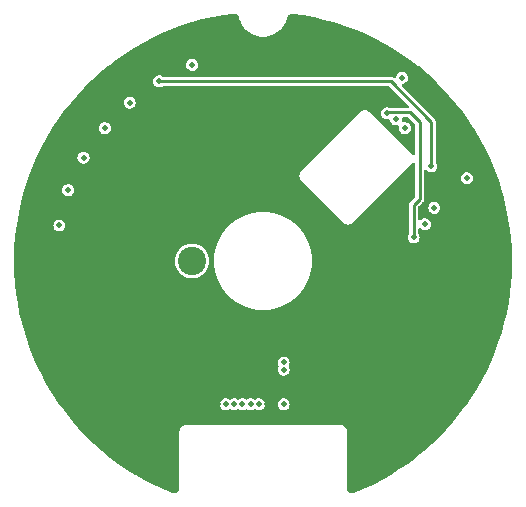
<source format=gbr>
%TF.GenerationSoftware,KiCad,Pcbnew,9.0.1*%
%TF.CreationDate,2025-04-26T02:16:23+02:00*%
%TF.ProjectId,view_screen,76696577-5f73-4637-9265-656e2e6b6963,0.1.0*%
%TF.SameCoordinates,Original*%
%TF.FileFunction,Copper,L3,Inr*%
%TF.FilePolarity,Positive*%
%FSLAX46Y46*%
G04 Gerber Fmt 4.6, Leading zero omitted, Abs format (unit mm)*
G04 Created by KiCad (PCBNEW 9.0.1) date 2025-04-26 02:16:23*
%MOMM*%
%LPD*%
G01*
G04 APERTURE LIST*
%TA.AperFunction,ComponentPad*%
%ADD10C,2.400000*%
%TD*%
%TA.AperFunction,ViaPad*%
%ADD11C,0.500000*%
%TD*%
%TA.AperFunction,Conductor*%
%ADD12C,0.250000*%
%TD*%
G04 APERTURE END LIST*
D10*
%TO.N,unconnected-(H1-Pad1)*%
%TO.C,H1*%
X94000000Y-100000000D03*
%TD*%
D11*
%TO.N,GND*%
X111400000Y-114900000D03*
X109250000Y-86250000D03*
X116059510Y-110512936D03*
X115400000Y-104900000D03*
X101050000Y-112150000D03*
X109750000Y-86750000D03*
X96900000Y-82700000D03*
X96150000Y-112150000D03*
X100350000Y-112150000D03*
X104400000Y-110900000D03*
X110100000Y-115800000D03*
%TO.N,/VDD*%
X101750000Y-112150000D03*
X101750000Y-109200000D03*
X94000000Y-83400000D03*
X111750000Y-84500000D03*
X101750000Y-108600000D03*
%TO.N,/DC*%
X99650000Y-112150000D03*
X88700000Y-86600000D03*
%TO.N,/BACKLIGHT_EN*%
X114250000Y-92000000D03*
X117250000Y-93000000D03*
X91200000Y-84800000D03*
%TO.N,/nRESET*%
X96850000Y-112150000D03*
X112750000Y-98000000D03*
X110500000Y-87500000D03*
X82750000Y-97000000D03*
%TO.N,/MOSI*%
X113700000Y-96900000D03*
X112000000Y-88750000D03*
X97550000Y-112150000D03*
X83500000Y-94000000D03*
%TO.N,/SCK*%
X84800000Y-91250000D03*
X114500000Y-95500000D03*
X98250000Y-112150000D03*
X111250000Y-88000000D03*
%TO.N,/nCS*%
X86600000Y-88750000D03*
X98950000Y-112150000D03*
%TD*%
D12*
%TO.N,/BACKLIGHT_EN*%
X110800000Y-84800000D02*
X91200000Y-84800000D01*
X114250000Y-92000000D02*
X114250000Y-88250000D01*
X114250000Y-88250000D02*
X110800000Y-84800000D01*
%TO.N,/nRESET*%
X112425000Y-87425000D02*
X113250000Y-88250000D01*
X110500000Y-87500000D02*
X110575000Y-87425000D01*
X113250000Y-94750000D02*
X112750000Y-95250000D01*
X112750000Y-95250000D02*
X112750000Y-98000000D01*
X113250000Y-88250000D02*
X113250000Y-94750000D01*
X110575000Y-87425000D02*
X112425000Y-87425000D01*
%TD*%
%TA.AperFunction,Conductor*%
%TO.N,GND*%
G36*
X97628280Y-79065669D02*
G01*
X97650475Y-79071299D01*
X97697257Y-79083166D01*
X97727451Y-79095147D01*
X97728597Y-79095783D01*
X97789662Y-79129701D01*
X97815792Y-79149007D01*
X97867093Y-79198314D01*
X97887420Y-79223661D01*
X97924410Y-79284452D01*
X97937580Y-79314154D01*
X97960251Y-79390671D01*
X97963856Y-79406538D01*
X97966759Y-79424667D01*
X97967470Y-79426256D01*
X97974915Y-79448070D01*
X97996559Y-79537555D01*
X97996563Y-79537569D01*
X97997551Y-79541652D01*
X97999072Y-79545567D01*
X97999073Y-79545568D01*
X98097376Y-79798496D01*
X98097380Y-79798505D01*
X98098896Y-79802405D01*
X98100916Y-79806070D01*
X98100920Y-79806078D01*
X98231921Y-80043730D01*
X98233946Y-80047403D01*
X98400314Y-80272314D01*
X98403225Y-80275316D01*
X98403230Y-80275322D01*
X98500090Y-80375216D01*
X98595056Y-80473158D01*
X98814728Y-80646383D01*
X99055445Y-80788926D01*
X99312948Y-80898265D01*
X99582684Y-80972465D01*
X99859880Y-81010216D01*
X100139635Y-81010848D01*
X100416999Y-80974351D01*
X100687067Y-80901370D01*
X100945061Y-80793196D01*
X101186420Y-80651743D01*
X101406873Y-80479512D01*
X101602521Y-80279550D01*
X101769903Y-80055393D01*
X101906059Y-79811008D01*
X102008581Y-79550715D01*
X102032449Y-79453946D01*
X102039435Y-79433629D01*
X102039489Y-79433290D01*
X102039491Y-79433288D01*
X102042258Y-79415998D01*
X102044347Y-79405719D01*
X102045210Y-79402225D01*
X102046725Y-79396646D01*
X102068618Y-79322751D01*
X102081782Y-79293060D01*
X102118784Y-79232250D01*
X102139102Y-79206914D01*
X102190420Y-79157593D01*
X102216550Y-79138290D01*
X102278765Y-79103737D01*
X102308963Y-79091757D01*
X102377958Y-79074259D01*
X102410209Y-79070402D01*
X102489875Y-79071218D01*
X102506095Y-79072434D01*
X102524428Y-79075010D01*
X102524428Y-79075009D01*
X102542632Y-79077567D01*
X102542630Y-79077575D01*
X102542693Y-79077574D01*
X103388974Y-79196857D01*
X103394201Y-79197709D01*
X104274533Y-79360402D01*
X104279767Y-79361485D01*
X105152318Y-79561619D01*
X105157525Y-79562931D01*
X106020742Y-79800149D01*
X106025856Y-79801673D01*
X106557765Y-79972591D01*
X106878122Y-80075531D01*
X106883210Y-80077286D01*
X107723065Y-80387313D01*
X107728007Y-80389259D01*
X108553814Y-80734853D01*
X108558701Y-80737021D01*
X108898548Y-80896628D01*
X109369010Y-81117577D01*
X109373832Y-81119969D01*
X109711467Y-81296512D01*
X110167117Y-81534765D01*
X110171808Y-81537346D01*
X110530589Y-81744923D01*
X110946663Y-81985648D01*
X110951263Y-81988442D01*
X111706268Y-82469427D01*
X111710745Y-82472416D01*
X112444486Y-82985184D01*
X112448831Y-82988360D01*
X112799481Y-83256404D01*
X113160035Y-83532018D01*
X113164240Y-83535377D01*
X113851570Y-84108908D01*
X113855628Y-84112444D01*
X113968358Y-84214986D01*
X114517850Y-84714817D01*
X114521725Y-84718497D01*
X114700237Y-84895384D01*
X115157602Y-85348587D01*
X115161344Y-85352456D01*
X115769755Y-86009152D01*
X115773327Y-86013178D01*
X116353093Y-86695206D01*
X116356491Y-86699380D01*
X116904567Y-87402936D01*
X116906635Y-87405590D01*
X116909847Y-87409901D01*
X117427740Y-88136733D01*
X117429314Y-88138941D01*
X117432337Y-88143381D01*
X117535715Y-88302426D01*
X117920203Y-88893954D01*
X117923039Y-88898528D01*
X118378396Y-89669235D01*
X118381035Y-89673927D01*
X118803075Y-90463402D01*
X118805510Y-90468202D01*
X119193426Y-91274934D01*
X119195655Y-91279833D01*
X119548785Y-92102442D01*
X119550802Y-92107432D01*
X119868472Y-92944358D01*
X119870274Y-92949430D01*
X119940914Y-93162557D01*
X120054249Y-93504500D01*
X120151909Y-93799147D01*
X120153493Y-93804291D01*
X120398588Y-94665288D01*
X120399950Y-94670495D01*
X120608044Y-95541139D01*
X120609183Y-95546399D01*
X120779904Y-96425137D01*
X120780818Y-96430441D01*
X120913893Y-97315919D01*
X120914541Y-97320904D01*
X120997957Y-98081251D01*
X120998375Y-98085832D01*
X121054003Y-98849014D01*
X121054253Y-98853607D01*
X121081985Y-99618276D01*
X121082068Y-99622876D01*
X121081869Y-100388072D01*
X121081784Y-100392671D01*
X121053654Y-101157353D01*
X121053401Y-101161946D01*
X120997376Y-101925100D01*
X120996955Y-101929681D01*
X120912974Y-102691516D01*
X120907307Y-102735694D01*
X120907229Y-102735684D01*
X120907197Y-102740040D01*
X120786391Y-103548189D01*
X120785519Y-103553300D01*
X120623049Y-104400194D01*
X120621968Y-104405265D01*
X120424787Y-105244780D01*
X120423498Y-105249802D01*
X120191946Y-106080495D01*
X120190451Y-106085460D01*
X119924928Y-106905894D01*
X119923231Y-106910793D01*
X119624165Y-107719648D01*
X119622267Y-107724473D01*
X119290185Y-108520319D01*
X119288090Y-108525062D01*
X118923550Y-109306564D01*
X118921262Y-109311217D01*
X118524871Y-110077077D01*
X118522393Y-110081632D01*
X118094844Y-110830505D01*
X118092182Y-110834954D01*
X117634155Y-111565654D01*
X117631311Y-111569989D01*
X117143646Y-112281174D01*
X117140627Y-112285389D01*
X116624083Y-112975953D01*
X116620892Y-112980040D01*
X116076403Y-113648730D01*
X116073047Y-113652683D01*
X115501498Y-114298420D01*
X115497983Y-114302231D01*
X114900332Y-114923926D01*
X114896662Y-114927589D01*
X114273965Y-115524145D01*
X114270148Y-115527654D01*
X113623428Y-116098093D01*
X113619470Y-116101442D01*
X112949816Y-116644802D01*
X112945723Y-116647985D01*
X112254316Y-117163308D01*
X112250096Y-117166321D01*
X111538040Y-117652785D01*
X111533700Y-117655621D01*
X110802232Y-118112379D01*
X110797778Y-118115034D01*
X110048162Y-118541298D01*
X110043603Y-118543768D01*
X109277072Y-118938837D01*
X109272416Y-118941117D01*
X108490259Y-119304325D01*
X108485512Y-119306411D01*
X107722356Y-119623312D01*
X107706156Y-119628210D01*
X107687524Y-119637338D01*
X107678001Y-119641524D01*
X107677546Y-119641702D01*
X107670172Y-119644326D01*
X107587774Y-119670791D01*
X107551926Y-119676798D01*
X107474370Y-119678450D01*
X107438297Y-119673974D01*
X107363486Y-119653414D01*
X107330194Y-119638828D01*
X107286406Y-119611516D01*
X107264369Y-119597770D01*
X107236628Y-119574288D01*
X107185263Y-119516149D01*
X107165377Y-119485723D01*
X107132744Y-119415337D01*
X107122372Y-119380501D01*
X107109877Y-119294720D01*
X107108561Y-119276543D01*
X107108564Y-119242312D01*
X107108522Y-119241997D01*
X107104448Y-114510085D01*
X107104447Y-114489780D01*
X107104443Y-114437881D01*
X107074323Y-114305961D01*
X107074322Y-114305958D01*
X107015607Y-114184051D01*
X106931237Y-114078258D01*
X106825441Y-113993888D01*
X106703531Y-113935174D01*
X106571611Y-113905055D01*
X106540306Y-113905053D01*
X106540297Y-113905051D01*
X106503938Y-113905050D01*
X106461524Y-113905048D01*
X106461508Y-113905050D01*
X93529345Y-113905050D01*
X93503958Y-113905048D01*
X93436295Y-113905043D01*
X93304357Y-113935147D01*
X93182431Y-113993858D01*
X93076629Y-114078231D01*
X92992256Y-114184032D01*
X92933545Y-114305963D01*
X92903442Y-114437897D01*
X92903444Y-114470696D01*
X92903398Y-114471003D01*
X92903425Y-114489780D01*
X92903447Y-114505499D01*
X92903448Y-114505560D01*
X92903451Y-114532489D01*
X92903455Y-114532497D01*
X92903453Y-114548538D01*
X92903511Y-114548979D01*
X92910427Y-119276349D01*
X92909113Y-119294679D01*
X92896211Y-119383330D01*
X92885855Y-119418142D01*
X92852040Y-119491144D01*
X92832185Y-119521556D01*
X92778950Y-119581882D01*
X92751246Y-119605366D01*
X92683020Y-119647999D01*
X92649768Y-119662605D01*
X92608571Y-119673974D01*
X92572213Y-119684007D01*
X92536176Y-119688522D01*
X92455740Y-119686913D01*
X92419911Y-119680960D01*
X92334262Y-119653594D01*
X92317367Y-119646816D01*
X92298519Y-119637621D01*
X92282639Y-119632834D01*
X92275411Y-119629833D01*
X91925861Y-119484697D01*
X91519050Y-119315786D01*
X91514303Y-119313699D01*
X91189666Y-119162961D01*
X90731705Y-118950318D01*
X90727079Y-118948053D01*
X90257713Y-118706161D01*
X89960076Y-118552771D01*
X89955517Y-118550301D01*
X89205466Y-118123816D01*
X89201012Y-118121161D01*
X88469130Y-117664168D01*
X88464789Y-117661332D01*
X87752308Y-117174596D01*
X87748115Y-117171603D01*
X87056284Y-116655980D01*
X87052191Y-116652797D01*
X86382150Y-116109135D01*
X86378192Y-116105785D01*
X85731104Y-115535030D01*
X85727286Y-115531521D01*
X85723250Y-115527654D01*
X85104210Y-114934605D01*
X85100588Y-114930990D01*
X84502576Y-114308919D01*
X84499060Y-114305107D01*
X84370234Y-114159558D01*
X83927179Y-113658989D01*
X83923834Y-113655049D01*
X83921907Y-113652683D01*
X83379033Y-112985962D01*
X83375852Y-112981888D01*
X83371413Y-112975953D01*
X82859005Y-112290900D01*
X82856005Y-112286711D01*
X82852208Y-112281174D01*
X82762264Y-112150000D01*
X96340311Y-112150000D01*
X96360957Y-112293593D01*
X96421223Y-112425558D01*
X96516226Y-112535197D01*
X96536996Y-112548545D01*
X96638268Y-112613629D01*
X96719602Y-112637510D01*
X96777463Y-112654500D01*
X96777464Y-112654500D01*
X96922537Y-112654500D01*
X96992133Y-112634064D01*
X97061732Y-112613629D01*
X97131879Y-112568547D01*
X97199999Y-112548545D01*
X97268116Y-112568544D01*
X97338266Y-112613628D01*
X97338268Y-112613629D01*
X97477463Y-112654500D01*
X97477464Y-112654500D01*
X97622537Y-112654500D01*
X97692133Y-112634064D01*
X97761732Y-112613629D01*
X97831879Y-112568547D01*
X97899999Y-112548545D01*
X97968116Y-112568544D01*
X98038266Y-112613628D01*
X98038268Y-112613629D01*
X98177463Y-112654500D01*
X98177464Y-112654500D01*
X98322537Y-112654500D01*
X98392134Y-112634064D01*
X98461732Y-112613629D01*
X98531879Y-112568547D01*
X98599999Y-112548545D01*
X98668116Y-112568544D01*
X98738266Y-112613628D01*
X98738268Y-112613629D01*
X98877463Y-112654500D01*
X98877464Y-112654500D01*
X99022537Y-112654500D01*
X99092134Y-112634064D01*
X99161732Y-112613629D01*
X99231879Y-112568547D01*
X99299999Y-112548545D01*
X99368116Y-112568544D01*
X99438266Y-112613628D01*
X99438268Y-112613629D01*
X99577463Y-112654500D01*
X99577464Y-112654500D01*
X99722537Y-112654500D01*
X99763407Y-112642499D01*
X99861732Y-112613629D01*
X99983775Y-112535196D01*
X100078777Y-112425558D01*
X100139042Y-112293596D01*
X100159688Y-112150000D01*
X101240311Y-112150000D01*
X101260957Y-112293593D01*
X101321223Y-112425558D01*
X101416226Y-112535197D01*
X101436996Y-112548545D01*
X101538268Y-112613629D01*
X101619602Y-112637510D01*
X101677463Y-112654500D01*
X101677464Y-112654500D01*
X101822537Y-112654500D01*
X101863407Y-112642499D01*
X101961732Y-112613629D01*
X102083775Y-112535196D01*
X102178777Y-112425558D01*
X102239042Y-112293596D01*
X102259688Y-112150000D01*
X102239042Y-112006404D01*
X102178777Y-111874442D01*
X102083775Y-111764804D01*
X102083774Y-111764803D01*
X102083773Y-111764802D01*
X101961733Y-111686371D01*
X101822537Y-111645500D01*
X101822536Y-111645500D01*
X101677464Y-111645500D01*
X101677463Y-111645500D01*
X101538266Y-111686371D01*
X101416226Y-111764802D01*
X101321223Y-111874441D01*
X101260957Y-112006406D01*
X101240311Y-112150000D01*
X100159688Y-112150000D01*
X100139042Y-112006404D01*
X100078777Y-111874442D01*
X99983775Y-111764804D01*
X99983774Y-111764803D01*
X99983773Y-111764802D01*
X99861733Y-111686371D01*
X99722537Y-111645500D01*
X99722536Y-111645500D01*
X99577464Y-111645500D01*
X99577463Y-111645500D01*
X99438268Y-111686370D01*
X99368121Y-111731452D01*
X99300000Y-111751454D01*
X99231879Y-111731452D01*
X99161731Y-111686370D01*
X99022537Y-111645500D01*
X99022536Y-111645500D01*
X98877464Y-111645500D01*
X98877463Y-111645500D01*
X98738266Y-111686371D01*
X98668119Y-111731452D01*
X98599998Y-111751454D01*
X98531879Y-111731452D01*
X98491467Y-111705480D01*
X98461731Y-111686370D01*
X98322537Y-111645500D01*
X98322536Y-111645500D01*
X98177464Y-111645500D01*
X98177463Y-111645500D01*
X98038268Y-111686370D01*
X97968121Y-111731452D01*
X97900000Y-111751454D01*
X97831879Y-111731452D01*
X97761731Y-111686370D01*
X97622537Y-111645500D01*
X97622536Y-111645500D01*
X97477464Y-111645500D01*
X97477463Y-111645500D01*
X97338268Y-111686370D01*
X97268121Y-111731452D01*
X97200000Y-111751454D01*
X97131879Y-111731452D01*
X97061731Y-111686370D01*
X96922537Y-111645500D01*
X96922536Y-111645500D01*
X96777464Y-111645500D01*
X96777463Y-111645500D01*
X96638266Y-111686371D01*
X96516226Y-111764802D01*
X96421223Y-111874441D01*
X96360957Y-112006406D01*
X96340311Y-112150000D01*
X82762264Y-112150000D01*
X82663803Y-112006404D01*
X82368060Y-111575093D01*
X82365216Y-111570757D01*
X81906970Y-110839675D01*
X81904307Y-110835226D01*
X81476524Y-110085901D01*
X81474046Y-110081346D01*
X81257860Y-109663629D01*
X81077452Y-109315041D01*
X81075164Y-109310388D01*
X81023676Y-109199999D01*
X101240311Y-109199999D01*
X101260957Y-109343593D01*
X101321223Y-109475558D01*
X101416226Y-109585197D01*
X101538266Y-109663628D01*
X101538268Y-109663629D01*
X101619602Y-109687510D01*
X101677463Y-109704500D01*
X101677464Y-109704500D01*
X101822537Y-109704500D01*
X101863407Y-109692499D01*
X101961732Y-109663629D01*
X102083775Y-109585196D01*
X102178777Y-109475558D01*
X102239042Y-109343596D01*
X102259688Y-109200000D01*
X102239042Y-109056404D01*
X102191517Y-108952339D01*
X102181413Y-108882069D01*
X102191516Y-108847662D01*
X102239042Y-108743596D01*
X102259688Y-108600000D01*
X102239042Y-108456404D01*
X102178777Y-108324442D01*
X102083775Y-108214804D01*
X102083774Y-108214803D01*
X102083773Y-108214802D01*
X101961733Y-108136371D01*
X101822537Y-108095500D01*
X101822536Y-108095500D01*
X101677464Y-108095500D01*
X101677463Y-108095500D01*
X101538266Y-108136371D01*
X101416226Y-108214802D01*
X101321223Y-108324441D01*
X101260957Y-108456406D01*
X101240311Y-108600000D01*
X101260957Y-108743593D01*
X101308481Y-108847657D01*
X101318584Y-108917931D01*
X101308481Y-108952340D01*
X101260957Y-109056404D01*
X101240311Y-109199999D01*
X81023676Y-109199999D01*
X80710429Y-108528403D01*
X80708335Y-108523659D01*
X80376101Y-107727372D01*
X80374213Y-107722574D01*
X80074990Y-106913197D01*
X80073320Y-106908375D01*
X79807666Y-106087414D01*
X79806171Y-106082448D01*
X79574529Y-105251281D01*
X79573241Y-105246259D01*
X79375990Y-104406254D01*
X79374913Y-104401210D01*
X79212384Y-103553751D01*
X79211523Y-103548698D01*
X79090691Y-102740069D01*
X79090661Y-102735712D01*
X79090587Y-102735722D01*
X79085027Y-102692544D01*
X79084641Y-102689046D01*
X79004162Y-101958891D01*
X79000940Y-101929657D01*
X79000520Y-101925080D01*
X78975728Y-101587335D01*
X78944500Y-101161921D01*
X78944249Y-101157354D01*
X78931498Y-100810699D01*
X78916121Y-100392650D01*
X78916037Y-100388073D01*
X78915937Y-100003094D01*
X78915936Y-100000000D01*
X92540515Y-100000000D01*
X92560420Y-100240223D01*
X92560420Y-100240226D01*
X92560421Y-100240227D01*
X92619592Y-100473889D01*
X92716420Y-100694637D01*
X92716421Y-100694638D01*
X92848261Y-100896434D01*
X92848264Y-100896437D01*
X93011517Y-101073778D01*
X93201733Y-101221830D01*
X93201737Y-101221832D01*
X93413732Y-101336557D01*
X93641718Y-101414825D01*
X93879477Y-101454500D01*
X93879480Y-101454500D01*
X94120520Y-101454500D01*
X94120523Y-101454500D01*
X94358282Y-101414825D01*
X94586268Y-101336557D01*
X94798263Y-101221832D01*
X94814515Y-101209183D01*
X94988482Y-101073778D01*
X95151739Y-100896434D01*
X95283579Y-100694638D01*
X95380406Y-100473894D01*
X95439580Y-100240223D01*
X95459485Y-100000000D01*
X95844495Y-100000000D01*
X95864505Y-100407311D01*
X95864956Y-100410352D01*
X95864958Y-100410371D01*
X95923887Y-100807632D01*
X95924342Y-100810699D01*
X95925094Y-100813701D01*
X96022679Y-101203284D01*
X96022683Y-101203298D01*
X96023430Y-101206279D01*
X96024468Y-101209181D01*
X96024469Y-101209183D01*
X96159773Y-101587335D01*
X96159776Y-101587343D01*
X96160814Y-101590243D01*
X96162133Y-101593033D01*
X96162134Y-101593034D01*
X96321356Y-101929681D01*
X96335172Y-101958891D01*
X96544824Y-102308675D01*
X96787751Y-102636224D01*
X97061614Y-102938386D01*
X97363776Y-103212249D01*
X97691325Y-103455176D01*
X98041109Y-103664828D01*
X98409757Y-103839186D01*
X98793721Y-103976570D01*
X99189301Y-104075658D01*
X99592689Y-104135495D01*
X100000000Y-104155505D01*
X100407311Y-104135495D01*
X100810699Y-104075658D01*
X101206279Y-103976570D01*
X101590243Y-103839186D01*
X101958891Y-103664828D01*
X102308675Y-103455176D01*
X102636224Y-103212249D01*
X102938386Y-102938386D01*
X103212249Y-102636224D01*
X103455176Y-102308675D01*
X103664828Y-101958891D01*
X103839186Y-101590243D01*
X103976570Y-101206279D01*
X104075658Y-100810699D01*
X104135495Y-100407311D01*
X104155505Y-100000000D01*
X104135495Y-99592689D01*
X104075658Y-99189301D01*
X103976570Y-98793721D01*
X103839186Y-98409757D01*
X103664828Y-98041109D01*
X103455176Y-97691325D01*
X103212249Y-97363776D01*
X102938386Y-97061614D01*
X102636224Y-96787751D01*
X102308675Y-96544824D01*
X102108315Y-96424733D01*
X101961531Y-96336754D01*
X101961525Y-96336751D01*
X101958891Y-96335172D01*
X101590243Y-96160814D01*
X101587343Y-96159776D01*
X101587335Y-96159773D01*
X101209183Y-96024469D01*
X101209181Y-96024468D01*
X101206279Y-96023430D01*
X101203298Y-96022683D01*
X101203284Y-96022679D01*
X100813701Y-95925094D01*
X100810699Y-95924342D01*
X100807632Y-95923887D01*
X100410371Y-95864958D01*
X100410352Y-95864956D01*
X100407311Y-95864505D01*
X100404225Y-95864353D01*
X100404221Y-95864353D01*
X100003094Y-95844647D01*
X100000000Y-95844495D01*
X99996906Y-95844647D01*
X99595778Y-95864353D01*
X99595772Y-95864353D01*
X99592689Y-95864505D01*
X99589649Y-95864955D01*
X99589628Y-95864958D01*
X99192367Y-95923887D01*
X99192363Y-95923887D01*
X99189301Y-95924342D01*
X99186302Y-95925093D01*
X99186298Y-95925094D01*
X98796715Y-96022679D01*
X98796695Y-96022684D01*
X98793721Y-96023430D01*
X98790823Y-96024466D01*
X98790816Y-96024469D01*
X98412664Y-96159773D01*
X98412648Y-96159779D01*
X98409757Y-96160814D01*
X98406973Y-96162130D01*
X98406965Y-96162134D01*
X98043890Y-96333856D01*
X98043878Y-96333861D01*
X98041109Y-96335172D01*
X98038482Y-96336746D01*
X98038468Y-96336754D01*
X97693975Y-96543235D01*
X97693965Y-96543241D01*
X97691325Y-96544824D01*
X97688849Y-96546660D01*
X97688839Y-96546667D01*
X97404977Y-96757194D01*
X97363776Y-96787751D01*
X97361489Y-96789823D01*
X97361479Y-96789832D01*
X97063898Y-97059543D01*
X97063888Y-97059552D01*
X97061614Y-97061614D01*
X97059552Y-97063888D01*
X97059543Y-97063898D01*
X96789832Y-97361479D01*
X96789823Y-97361489D01*
X96787751Y-97363776D01*
X96785907Y-97366262D01*
X96785904Y-97366266D01*
X96546667Y-97688839D01*
X96546660Y-97688849D01*
X96544824Y-97691325D01*
X96543241Y-97693965D01*
X96543235Y-97693975D01*
X96336754Y-98038468D01*
X96336746Y-98038482D01*
X96335172Y-98041109D01*
X96333861Y-98043878D01*
X96333856Y-98043890D01*
X96162134Y-98406965D01*
X96162130Y-98406973D01*
X96160814Y-98409757D01*
X96159779Y-98412648D01*
X96159773Y-98412664D01*
X96024469Y-98790816D01*
X96023430Y-98793721D01*
X96022684Y-98796695D01*
X96022679Y-98796715D01*
X95925094Y-99186298D01*
X95924342Y-99189301D01*
X95923887Y-99192363D01*
X95923887Y-99192367D01*
X95864958Y-99589628D01*
X95864955Y-99589649D01*
X95864505Y-99592689D01*
X95864353Y-99595772D01*
X95864353Y-99595778D01*
X95863022Y-99622875D01*
X95844495Y-100000000D01*
X95459485Y-100000000D01*
X95439580Y-99759777D01*
X95380406Y-99526106D01*
X95283579Y-99305362D01*
X95151739Y-99103566D01*
X95109846Y-99058058D01*
X94988482Y-98926221D01*
X94798266Y-98778169D01*
X94586267Y-98663442D01*
X94358284Y-98585175D01*
X94263178Y-98569305D01*
X94120523Y-98545500D01*
X93879477Y-98545500D01*
X93760597Y-98565337D01*
X93641715Y-98585175D01*
X93413732Y-98663442D01*
X93201733Y-98778169D01*
X93011517Y-98926221D01*
X92848264Y-99103562D01*
X92716420Y-99305362D01*
X92619592Y-99526110D01*
X92595088Y-99622876D01*
X92560420Y-99759777D01*
X92540515Y-100000000D01*
X78915936Y-100000000D01*
X78915838Y-99622842D01*
X78915920Y-99618310D01*
X78943650Y-98853602D01*
X78943900Y-98849014D01*
X78949063Y-98778169D01*
X78999526Y-98085774D01*
X78999940Y-98081251D01*
X79083358Y-97320807D01*
X79083996Y-97315902D01*
X79131452Y-97000000D01*
X82240311Y-97000000D01*
X82260957Y-97143593D01*
X82260957Y-97143594D01*
X82260958Y-97143596D01*
X82321223Y-97275558D01*
X82397664Y-97363776D01*
X82416226Y-97385197D01*
X82446262Y-97404500D01*
X82538268Y-97463629D01*
X82619602Y-97487510D01*
X82677463Y-97504500D01*
X82677464Y-97504500D01*
X82822537Y-97504500D01*
X82863408Y-97492499D01*
X82961732Y-97463629D01*
X83083775Y-97385196D01*
X83178777Y-97275558D01*
X83239042Y-97143596D01*
X83259688Y-97000000D01*
X83239042Y-96856404D01*
X83178777Y-96724442D01*
X83083775Y-96614804D01*
X83083774Y-96614803D01*
X83083773Y-96614802D01*
X82961733Y-96536371D01*
X82822537Y-96495500D01*
X82822536Y-96495500D01*
X82677464Y-96495500D01*
X82677463Y-96495500D01*
X82538266Y-96536371D01*
X82416226Y-96614802D01*
X82321223Y-96724441D01*
X82260957Y-96856406D01*
X82240311Y-97000000D01*
X79131452Y-97000000D01*
X79217074Y-96430032D01*
X79217987Y-96424733D01*
X79307541Y-95963629D01*
X79388738Y-95545554D01*
X79389875Y-95540305D01*
X79421682Y-95407193D01*
X79598017Y-94669221D01*
X79599366Y-94664061D01*
X79788356Y-94000000D01*
X82990311Y-94000000D01*
X83010957Y-94143593D01*
X83071223Y-94275558D01*
X83166226Y-94385197D01*
X83288266Y-94463628D01*
X83288268Y-94463629D01*
X83369602Y-94487510D01*
X83427463Y-94504500D01*
X83427464Y-94504500D01*
X83572537Y-94504500D01*
X83613407Y-94492499D01*
X83711732Y-94463629D01*
X83833775Y-94385196D01*
X83928777Y-94275558D01*
X83989042Y-94143596D01*
X84009688Y-94000000D01*
X83989042Y-93856404D01*
X83928777Y-93724442D01*
X83833775Y-93614804D01*
X83833774Y-93614803D01*
X83833773Y-93614802D01*
X83711733Y-93536371D01*
X83572537Y-93495500D01*
X83572536Y-93495500D01*
X83427464Y-93495500D01*
X83427463Y-93495500D01*
X83288266Y-93536371D01*
X83166226Y-93614802D01*
X83071223Y-93724441D01*
X83010957Y-93856406D01*
X82990311Y-94000000D01*
X79788356Y-94000000D01*
X79844534Y-93802606D01*
X79846102Y-93797515D01*
X80127836Y-92947315D01*
X80129609Y-92942326D01*
X80447393Y-92104942D01*
X80449368Y-92100051D01*
X80802643Y-91276956D01*
X80804845Y-91272114D01*
X80815477Y-91249999D01*
X84290311Y-91249999D01*
X84310957Y-91393593D01*
X84310957Y-91393594D01*
X84310958Y-91393596D01*
X84362316Y-91506054D01*
X84371223Y-91525558D01*
X84466226Y-91635197D01*
X84588266Y-91713628D01*
X84588268Y-91713629D01*
X84669602Y-91737510D01*
X84727463Y-91754500D01*
X84727464Y-91754500D01*
X84872537Y-91754500D01*
X84927239Y-91738438D01*
X85011732Y-91713629D01*
X85133775Y-91635196D01*
X85228777Y-91525558D01*
X85289042Y-91393596D01*
X85309688Y-91250000D01*
X85289042Y-91106404D01*
X85228777Y-90974442D01*
X85133775Y-90864804D01*
X85133774Y-90864803D01*
X85133773Y-90864802D01*
X85011733Y-90786371D01*
X84872537Y-90745500D01*
X84872536Y-90745500D01*
X84727464Y-90745500D01*
X84727463Y-90745500D01*
X84588266Y-90786371D01*
X84466226Y-90864802D01*
X84371223Y-90974441D01*
X84310957Y-91106406D01*
X84290311Y-91249999D01*
X80815477Y-91249999D01*
X81192923Y-90464912D01*
X81195329Y-90460167D01*
X81617537Y-89670253D01*
X81620140Y-89665624D01*
X82075681Y-88894489D01*
X82078496Y-88889948D01*
X82169448Y-88750000D01*
X86090311Y-88750000D01*
X86110957Y-88893593D01*
X86110957Y-88893594D01*
X86110958Y-88893596D01*
X86171222Y-89025558D01*
X86171223Y-89025558D01*
X86266226Y-89135197D01*
X86388266Y-89213628D01*
X86388268Y-89213629D01*
X86469602Y-89237510D01*
X86527463Y-89254500D01*
X86527464Y-89254500D01*
X86672537Y-89254500D01*
X86713408Y-89242499D01*
X86811732Y-89213629D01*
X86933775Y-89135196D01*
X87028777Y-89025558D01*
X87089042Y-88893596D01*
X87109688Y-88750000D01*
X87089042Y-88606404D01*
X87028777Y-88474442D01*
X86933775Y-88364804D01*
X86933774Y-88364803D01*
X86933773Y-88364802D01*
X86811733Y-88286371D01*
X86672537Y-88245500D01*
X86672536Y-88245500D01*
X86527464Y-88245500D01*
X86527463Y-88245500D01*
X86388266Y-88286371D01*
X86266226Y-88364802D01*
X86171223Y-88474441D01*
X86110957Y-88606406D01*
X86090311Y-88750000D01*
X82169448Y-88750000D01*
X82566573Y-88138941D01*
X82569552Y-88134565D01*
X83089234Y-87405117D01*
X83092443Y-87400812D01*
X83642795Y-86694233D01*
X83646157Y-86690102D01*
X83722739Y-86599999D01*
X88190311Y-86599999D01*
X88210957Y-86743593D01*
X88271223Y-86875558D01*
X88366226Y-86985197D01*
X88460059Y-87045500D01*
X88488268Y-87063629D01*
X88569602Y-87087510D01*
X88627463Y-87104500D01*
X88627464Y-87104500D01*
X88772537Y-87104500D01*
X88813408Y-87092499D01*
X88911732Y-87063629D01*
X89033775Y-86985196D01*
X89128777Y-86875558D01*
X89189042Y-86743596D01*
X89209688Y-86600000D01*
X89189042Y-86456404D01*
X89128777Y-86324442D01*
X89033775Y-86214804D01*
X89033774Y-86214803D01*
X89033773Y-86214802D01*
X88911733Y-86136371D01*
X88772537Y-86095500D01*
X88772536Y-86095500D01*
X88627464Y-86095500D01*
X88627463Y-86095500D01*
X88488266Y-86136371D01*
X88366226Y-86214802D01*
X88271223Y-86324441D01*
X88210957Y-86456406D01*
X88190311Y-86599999D01*
X83722739Y-86599999D01*
X84226196Y-86007656D01*
X84229715Y-86003691D01*
X84838386Y-85346620D01*
X84842079Y-85342800D01*
X85389787Y-84800000D01*
X90690311Y-84800000D01*
X90710957Y-84943593D01*
X90710957Y-84943594D01*
X90710958Y-84943596D01*
X90771223Y-85075558D01*
X90861289Y-85179500D01*
X90866226Y-85185197D01*
X90988266Y-85263628D01*
X90988268Y-85263629D01*
X91069602Y-85287510D01*
X91127463Y-85304500D01*
X91127464Y-85304500D01*
X91272537Y-85304500D01*
X91342134Y-85284064D01*
X91411732Y-85263629D01*
X91511515Y-85199501D01*
X91579634Y-85179500D01*
X110590616Y-85179500D01*
X110658737Y-85199502D01*
X110679711Y-85216405D01*
X112293711Y-86830405D01*
X112327737Y-86892717D01*
X112322672Y-86963532D01*
X112280125Y-87020368D01*
X112213605Y-87045179D01*
X112204616Y-87045500D01*
X110760937Y-87045500D01*
X110725439Y-87040396D01*
X110711732Y-87036371D01*
X110645224Y-87016843D01*
X110572537Y-86995500D01*
X110572536Y-86995500D01*
X110427464Y-86995500D01*
X110427463Y-86995500D01*
X110288266Y-87036371D01*
X110166226Y-87114802D01*
X110071223Y-87224441D01*
X110010957Y-87356406D01*
X109990311Y-87500000D01*
X110010957Y-87643593D01*
X110071223Y-87775558D01*
X110166226Y-87885197D01*
X110213408Y-87915519D01*
X110288268Y-87963629D01*
X110369602Y-87987510D01*
X110427463Y-88004500D01*
X110427464Y-88004500D01*
X110572535Y-88004500D01*
X110572536Y-88004500D01*
X110594615Y-87998017D01*
X110665611Y-87998017D01*
X110725337Y-88036400D01*
X110754830Y-88100980D01*
X110760957Y-88143593D01*
X110760957Y-88143594D01*
X110760958Y-88143596D01*
X110821223Y-88275558D01*
X110898553Y-88364802D01*
X110916226Y-88385197D01*
X111038266Y-88463628D01*
X111038268Y-88463629D01*
X111119602Y-88487510D01*
X111177463Y-88504500D01*
X111177464Y-88504500D01*
X111322534Y-88504500D01*
X111322536Y-88504500D01*
X111346444Y-88497480D01*
X111417438Y-88497480D01*
X111477165Y-88535863D01*
X111506658Y-88600443D01*
X111506658Y-88636308D01*
X111490311Y-88749999D01*
X111510957Y-88893593D01*
X111510957Y-88893594D01*
X111510958Y-88893596D01*
X111571222Y-89025558D01*
X111571223Y-89025558D01*
X111666226Y-89135197D01*
X111788266Y-89213628D01*
X111788268Y-89213629D01*
X111869602Y-89237510D01*
X111927463Y-89254500D01*
X111927464Y-89254500D01*
X112072537Y-89254500D01*
X112113408Y-89242499D01*
X112211732Y-89213629D01*
X112333775Y-89135196D01*
X112428777Y-89025558D01*
X112489042Y-88893596D01*
X112509688Y-88750000D01*
X112489042Y-88606404D01*
X112428777Y-88474442D01*
X112333775Y-88364804D01*
X112333774Y-88364803D01*
X112333773Y-88364802D01*
X112211733Y-88286371D01*
X112072537Y-88245500D01*
X112072536Y-88245500D01*
X111927464Y-88245500D01*
X111903554Y-88252520D01*
X111832557Y-88252518D01*
X111772832Y-88214134D01*
X111743340Y-88149552D01*
X111743340Y-88113695D01*
X111759688Y-88000000D01*
X111756506Y-87977868D01*
X111752274Y-87948432D01*
X111762377Y-87878158D01*
X111808870Y-87824502D01*
X111876990Y-87804500D01*
X112215616Y-87804500D01*
X112283737Y-87824502D01*
X112304711Y-87841405D01*
X112833595Y-88370289D01*
X112867621Y-88432601D01*
X112870500Y-88459384D01*
X112870500Y-90929968D01*
X112850498Y-90998089D01*
X112796842Y-91044582D01*
X112726568Y-91054686D01*
X112661988Y-91025192D01*
X112637819Y-90997014D01*
X112636421Y-90994790D01*
X112593887Y-90952264D01*
X109053045Y-87411421D01*
X109005201Y-87363577D01*
X108890625Y-87291584D01*
X108805472Y-87261788D01*
X108762897Y-87246891D01*
X108628428Y-87231740D01*
X108628427Y-87231740D01*
X108493955Y-87246891D01*
X108366232Y-87291583D01*
X108251651Y-87363579D01*
X108215066Y-87400166D01*
X103255380Y-92359849D01*
X103254063Y-92361166D01*
X103229377Y-92385854D01*
X103229306Y-92385950D01*
X103206233Y-92409023D01*
X103134241Y-92523600D01*
X103089548Y-92651322D01*
X103074395Y-92785790D01*
X103089542Y-92920251D01*
X103089542Y-92920253D01*
X103089543Y-92920254D01*
X103134231Y-93047979D01*
X103150973Y-93074626D01*
X103206219Y-93162557D01*
X103254058Y-93210401D01*
X103290818Y-93247162D01*
X103290824Y-93247166D01*
X106815303Y-96771646D01*
X106815309Y-96771649D01*
X106837440Y-96793780D01*
X106952018Y-96865775D01*
X107079745Y-96910468D01*
X107214214Y-96925619D01*
X107348683Y-96910468D01*
X107476409Y-96865775D01*
X107590988Y-96793781D01*
X107590990Y-96793778D01*
X107590996Y-96793775D01*
X107638831Y-96745938D01*
X107638831Y-96745939D01*
X107657872Y-96726897D01*
X107657872Y-96726896D01*
X107675593Y-96709175D01*
X112551646Y-91833121D01*
X112551762Y-91833058D01*
X112588603Y-91796217D01*
X112588604Y-91796218D01*
X112636450Y-91748374D01*
X112637813Y-91746203D01*
X112644801Y-91740022D01*
X112646489Y-91738335D01*
X112646592Y-91738438D01*
X112690989Y-91699167D01*
X112761156Y-91688346D01*
X112826035Y-91717177D01*
X112865027Y-91776508D01*
X112870500Y-91813240D01*
X112870500Y-94540614D01*
X112850498Y-94608735D01*
X112833595Y-94629710D01*
X112518721Y-94944583D01*
X112498547Y-94960966D01*
X112489419Y-94966930D01*
X112469792Y-94992146D01*
X112459463Y-95003842D01*
X112459418Y-95003886D01*
X112447212Y-95020981D01*
X112444105Y-95025148D01*
X112406691Y-95073218D01*
X112406638Y-95073322D01*
X112389259Y-95131695D01*
X112387672Y-95136650D01*
X112367888Y-95194281D01*
X112367875Y-95194370D01*
X112370392Y-95255213D01*
X112370500Y-95260420D01*
X112370500Y-97620577D01*
X112350498Y-97688698D01*
X112339726Y-97703088D01*
X112321223Y-97724441D01*
X112260957Y-97856406D01*
X112240311Y-97999999D01*
X112260957Y-98143593D01*
X112321223Y-98275558D01*
X112416226Y-98385197D01*
X112538266Y-98463628D01*
X112538268Y-98463629D01*
X112619602Y-98487510D01*
X112677463Y-98504500D01*
X112677464Y-98504500D01*
X112822537Y-98504500D01*
X112863408Y-98492499D01*
X112961732Y-98463629D01*
X113083775Y-98385196D01*
X113178777Y-98275558D01*
X113239042Y-98143596D01*
X113259688Y-98000000D01*
X113239042Y-97856404D01*
X113178777Y-97724442D01*
X113160274Y-97703088D01*
X113130782Y-97638507D01*
X113129500Y-97620577D01*
X113129500Y-97349819D01*
X113149502Y-97281698D01*
X113203158Y-97235205D01*
X113273432Y-97225101D01*
X113338012Y-97254595D01*
X113350718Y-97267300D01*
X113366225Y-97285196D01*
X113417818Y-97318353D01*
X113484922Y-97361479D01*
X113488268Y-97363629D01*
X113561720Y-97385196D01*
X113627463Y-97404500D01*
X113627464Y-97404500D01*
X113772537Y-97404500D01*
X113813408Y-97392499D01*
X113911732Y-97363629D01*
X114033775Y-97285196D01*
X114128777Y-97175558D01*
X114189042Y-97043596D01*
X114209688Y-96900000D01*
X114189042Y-96756404D01*
X114128777Y-96624442D01*
X114033775Y-96514804D01*
X114033774Y-96514803D01*
X114033773Y-96514802D01*
X113911733Y-96436371D01*
X113772537Y-96395500D01*
X113772536Y-96395500D01*
X113627464Y-96395500D01*
X113627463Y-96395500D01*
X113488266Y-96436371D01*
X113366225Y-96514803D01*
X113350723Y-96532694D01*
X113290997Y-96571077D01*
X113220000Y-96571076D01*
X113160275Y-96532691D01*
X113130782Y-96468110D01*
X113129500Y-96450180D01*
X113129500Y-95500000D01*
X113990311Y-95500000D01*
X114010957Y-95643593D01*
X114010957Y-95643594D01*
X114010958Y-95643596D01*
X114071223Y-95775558D01*
X114148164Y-95864353D01*
X114166226Y-95885197D01*
X114288266Y-95963628D01*
X114288268Y-95963629D01*
X114367584Y-95986918D01*
X114427463Y-96004500D01*
X114427464Y-96004500D01*
X114572537Y-96004500D01*
X114613408Y-95992499D01*
X114711732Y-95963629D01*
X114833775Y-95885196D01*
X114928777Y-95775558D01*
X114989042Y-95643596D01*
X115009688Y-95500000D01*
X114989042Y-95356404D01*
X114928777Y-95224442D01*
X114833775Y-95114804D01*
X114833774Y-95114803D01*
X114833773Y-95114802D01*
X114711733Y-95036371D01*
X114572537Y-94995500D01*
X114572536Y-94995500D01*
X114427464Y-94995500D01*
X114427463Y-94995500D01*
X114288266Y-95036371D01*
X114166226Y-95114802D01*
X114071223Y-95224441D01*
X114010957Y-95356406D01*
X113990311Y-95500000D01*
X113129500Y-95500000D01*
X113129500Y-95459382D01*
X113149502Y-95391261D01*
X113166400Y-95370292D01*
X113481276Y-95055416D01*
X113501457Y-95039029D01*
X113510582Y-95033068D01*
X113530202Y-95007858D01*
X113540553Y-94996141D01*
X113540553Y-94996140D01*
X113540581Y-94996113D01*
X113552811Y-94978982D01*
X113555871Y-94974879D01*
X113588375Y-94933119D01*
X113588376Y-94933114D01*
X113593327Y-94926754D01*
X113593351Y-94926709D01*
X113595651Y-94918981D01*
X113595653Y-94918979D01*
X113610750Y-94868265D01*
X113612305Y-94863409D01*
X113629500Y-94813327D01*
X113629500Y-94813324D01*
X113632113Y-94805714D01*
X113632124Y-94805633D01*
X113631791Y-94797591D01*
X113631792Y-94797590D01*
X113629608Y-94744775D01*
X113629500Y-94739569D01*
X113629500Y-92999999D01*
X116740311Y-92999999D01*
X116760957Y-93143593D01*
X116760957Y-93143594D01*
X116760958Y-93143596D01*
X116791467Y-93210401D01*
X116821223Y-93275558D01*
X116916226Y-93385197D01*
X116982570Y-93427834D01*
X117038268Y-93463629D01*
X117119602Y-93487510D01*
X117177463Y-93504500D01*
X117177464Y-93504500D01*
X117322537Y-93504500D01*
X117363408Y-93492499D01*
X117461732Y-93463629D01*
X117583775Y-93385196D01*
X117678777Y-93275558D01*
X117739042Y-93143596D01*
X117759688Y-93000000D01*
X117739042Y-92856404D01*
X117678777Y-92724442D01*
X117583775Y-92614804D01*
X117583774Y-92614803D01*
X117583773Y-92614802D01*
X117461733Y-92536371D01*
X117322537Y-92495500D01*
X117322536Y-92495500D01*
X117177464Y-92495500D01*
X117177463Y-92495500D01*
X117038266Y-92536371D01*
X116916226Y-92614802D01*
X116821223Y-92724441D01*
X116760957Y-92856406D01*
X116740311Y-92999999D01*
X113629500Y-92999999D01*
X113629500Y-92392116D01*
X113649502Y-92323995D01*
X113703158Y-92277502D01*
X113773432Y-92267398D01*
X113838012Y-92296892D01*
X113850718Y-92309597D01*
X113916225Y-92385196D01*
X114038268Y-92463629D01*
X114108515Y-92484255D01*
X114177463Y-92504500D01*
X114177464Y-92504500D01*
X114322537Y-92504500D01*
X114391485Y-92484255D01*
X114461732Y-92463629D01*
X114583775Y-92385196D01*
X114678777Y-92275558D01*
X114739042Y-92143596D01*
X114759688Y-92000000D01*
X114739042Y-91856404D01*
X114678777Y-91724442D01*
X114678776Y-91724441D01*
X114678776Y-91724440D01*
X114660275Y-91703089D01*
X114630782Y-91638508D01*
X114629499Y-91620576D01*
X114629499Y-90179831D01*
X114629499Y-88302416D01*
X114632181Y-88276572D01*
X114634419Y-88265900D01*
X114630468Y-88234204D01*
X114629500Y-88218618D01*
X114629500Y-88218558D01*
X114628762Y-88214134D01*
X114626040Y-88197823D01*
X114625294Y-88192700D01*
X114619915Y-88149552D01*
X114618752Y-88140218D01*
X114618751Y-88140217D01*
X114617756Y-88132228D01*
X114617732Y-88132155D01*
X114613900Y-88125074D01*
X114613900Y-88125073D01*
X114588746Y-88078593D01*
X114586362Y-88073961D01*
X114559593Y-88019204D01*
X114559545Y-88019140D01*
X114553619Y-88013685D01*
X114553619Y-88013684D01*
X114514713Y-87977868D01*
X114510957Y-87974263D01*
X111755214Y-85218520D01*
X111721188Y-85156208D01*
X111726253Y-85085393D01*
X111768800Y-85028557D01*
X111808812Y-85008529D01*
X111822534Y-85004500D01*
X111822536Y-85004500D01*
X111961732Y-84963629D01*
X112083775Y-84885196D01*
X112178777Y-84775558D01*
X112239042Y-84643596D01*
X112259688Y-84500000D01*
X112239042Y-84356404D01*
X112178777Y-84224442D01*
X112083775Y-84114804D01*
X112083774Y-84114803D01*
X112083773Y-84114802D01*
X111961733Y-84036371D01*
X111822537Y-83995500D01*
X111822536Y-83995500D01*
X111677464Y-83995500D01*
X111677463Y-83995500D01*
X111538266Y-84036371D01*
X111416226Y-84114802D01*
X111321223Y-84224441D01*
X111260957Y-84356406D01*
X111250463Y-84429390D01*
X111220969Y-84493970D01*
X111161242Y-84532353D01*
X111090246Y-84532352D01*
X111052528Y-84513999D01*
X111029033Y-84497223D01*
X111024863Y-84494114D01*
X110999981Y-84474749D01*
X110983119Y-84461625D01*
X110983117Y-84461624D01*
X110976767Y-84456682D01*
X110976692Y-84456643D01*
X110918311Y-84439262D01*
X110913353Y-84437673D01*
X110855722Y-84417888D01*
X110855630Y-84417875D01*
X110794786Y-84420392D01*
X110789579Y-84420500D01*
X91579635Y-84420500D01*
X91511515Y-84400498D01*
X91442904Y-84356404D01*
X91411731Y-84336370D01*
X91272537Y-84295500D01*
X91272536Y-84295500D01*
X91127464Y-84295500D01*
X91127463Y-84295500D01*
X90988266Y-84336371D01*
X90866226Y-84414802D01*
X90771223Y-84524441D01*
X90710957Y-84656406D01*
X90690311Y-84800000D01*
X85389787Y-84800000D01*
X85478258Y-84712322D01*
X85482118Y-84708657D01*
X86144625Y-84105938D01*
X86148648Y-84102433D01*
X86836305Y-83528544D01*
X86840434Y-83525246D01*
X87004255Y-83399999D01*
X93490311Y-83399999D01*
X93510957Y-83543593D01*
X93571223Y-83675558D01*
X93666226Y-83785197D01*
X93788266Y-83863628D01*
X93788268Y-83863629D01*
X93869602Y-83887510D01*
X93927463Y-83904500D01*
X93927464Y-83904500D01*
X94072537Y-83904500D01*
X94113408Y-83892499D01*
X94211732Y-83863629D01*
X94333775Y-83785196D01*
X94428777Y-83675558D01*
X94489042Y-83543596D01*
X94509688Y-83400000D01*
X94489042Y-83256404D01*
X94428777Y-83124442D01*
X94333775Y-83014804D01*
X94333774Y-83014803D01*
X94333773Y-83014802D01*
X94211733Y-82936371D01*
X94072537Y-82895500D01*
X94072536Y-82895500D01*
X93927464Y-82895500D01*
X93927463Y-82895500D01*
X93788266Y-82936371D01*
X93666226Y-83014802D01*
X93571223Y-83124441D01*
X93510957Y-83256406D01*
X93490311Y-83399999D01*
X87004255Y-83399999D01*
X87551978Y-82981246D01*
X87556260Y-82978115D01*
X88290367Y-82465011D01*
X88294782Y-82462062D01*
X89050150Y-81980767D01*
X89054725Y-81977988D01*
X89829915Y-81529416D01*
X89834566Y-81526855D01*
X90628231Y-81111783D01*
X90633015Y-81109410D01*
X91443710Y-80728599D01*
X91448562Y-80726446D01*
X92274717Y-80380630D01*
X92279702Y-80378667D01*
X93119874Y-80068449D01*
X93124955Y-80066696D01*
X93149668Y-80058753D01*
X93977652Y-79792626D01*
X93982708Y-79791120D01*
X94846304Y-79553724D01*
X94851497Y-79552415D01*
X95724481Y-79352107D01*
X95729684Y-79351030D01*
X96610400Y-79188193D01*
X96615669Y-79187335D01*
X97460583Y-79068174D01*
X97470030Y-79068091D01*
X97500409Y-79063829D01*
X97516636Y-79062612D01*
X97596022Y-79061807D01*
X97628280Y-79065669D01*
G37*
%TD.AperFunction*%
%TD*%
M02*

</source>
